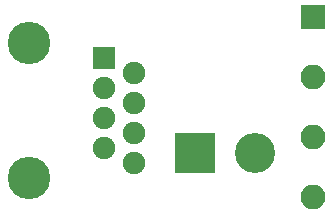
<source format=gbr>
G04 #@! TF.GenerationSoftware,KiCad,Pcbnew,5.99.0-unknown-2a1594d~86~ubuntu18.04.1*
G04 #@! TF.CreationDate,2020-02-12T17:40:13+02:00*
G04 #@! TF.ProjectId,adapter,61646170-7465-4722-9e6b-696361645f70,rev?*
G04 #@! TF.SameCoordinates,Original*
G04 #@! TF.FileFunction,Soldermask,Top*
G04 #@! TF.FilePolarity,Negative*
%FSLAX46Y46*%
G04 Gerber Fmt 4.6, Leading zero omitted, Abs format (unit mm)*
G04 Created by KiCad (PCBNEW 5.99.0-unknown-2a1594d~86~ubuntu18.04.1) date 2020-02-12 17:40:13*
%MOMM*%
%LPD*%
G01*
G04 APERTURE LIST*
%ADD10R,2.100000X2.100000*%
%ADD11O,2.100000X2.100000*%
%ADD12R,3.400000X3.400000*%
%ADD13C,3.400000*%
%ADD14C,1.900000*%
%ADD15R,1.900000X1.900000*%
%ADD16C,3.600000*%
G04 APERTURE END LIST*
D10*
X81500000Y-42000000D03*
D11*
X81500000Y-47080000D03*
X81500000Y-52160000D03*
X81500000Y-57240000D03*
D12*
X71500000Y-53500000D03*
D13*
X76580000Y-53500000D03*
D14*
X66345000Y-54360000D03*
X63805000Y-53090000D03*
X66345000Y-51820000D03*
X63805000Y-50550000D03*
X66345000Y-49280000D03*
X63805000Y-48010000D03*
X66345000Y-46740000D03*
D15*
X63805000Y-45470000D03*
D16*
X57455000Y-44200000D03*
X57455000Y-55630000D03*
M02*

</source>
